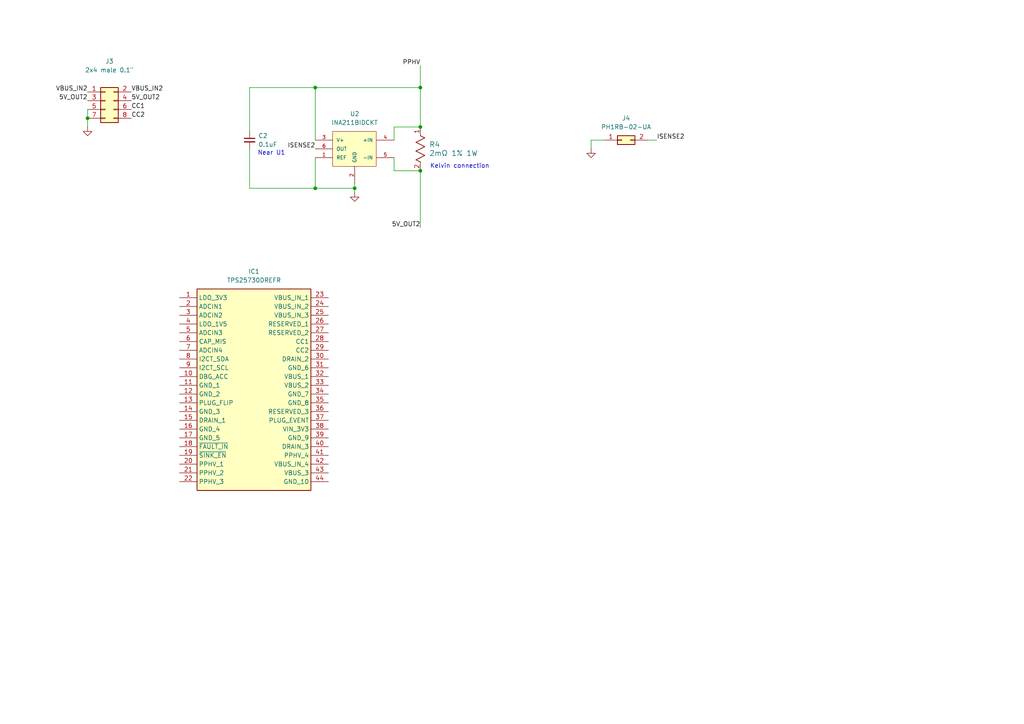
<source format=kicad_sch>
(kicad_sch (version 20231120) (generator "eeschema") (generator_version "8.0")
  (paper "A4")
  (lib_symbols
    (symbol "CSNL1206FT2L00:CSNL1206FT2L00" (pin_names (offset 0.254))
      (property "Reference" "R" (at 5.715 3.81 0))
      (property "Value" "2mΩ 1% 1W" (at 6.35 -3.81 0))
      (symbol "CSNL1206FT2L00_1_1"
        (polyline (pts (xy 2.54 0) (xy 3.175 1.27)) (stroke (width 0.2032)))
        (polyline (pts (xy 3.175 1.27) (xy 4.445 -1.27)) (stroke (width 0.2032)))
        (polyline (pts (xy 4.445 -1.27) (xy 5.715 1.27)) (stroke (width 0.2032)))
        (polyline (pts (xy 5.715 1.27) (xy 6.985 -1.27)) (stroke (width 0.2032)))
        (polyline (pts (xy 6.985 -1.27) (xy 8.255 1.27)) (stroke (width 0.2032)))
        (polyline (pts (xy 8.255 1.27) (xy 9.525 -1.27)) (stroke (width 0.2032)))
        (polyline (pts (xy 9.525 -1.27) (xy 10.16 0)) (stroke (width 0.2032)))
        (pin passive line (at 0 0 0) (length 2.54) (name "") (number "1"))
        (pin passive line (at 12.7 0 180) (length 2.54) (name "") (number "2"))
      )
      (symbol "CSNL1206FT2L00_1_2"
        (polyline (pts (xy -1.27 3.175) (xy 1.27 4.445)) (stroke (width 0.2032)))
        (polyline (pts (xy -1.27 5.715) (xy 1.27 6.985)) (stroke (width 0.2032)))
        (polyline (pts (xy -1.27 8.255) (xy 1.27 9.525)) (stroke (width 0.2032)))
        (polyline (pts (xy 0 2.54) (xy -1.27 3.175)) (stroke (width 0.2032)))
        (polyline (pts (xy 1.27 4.445) (xy -1.27 5.715)) (stroke (width 0.2032)))
        (polyline (pts (xy 1.27 6.985) (xy -1.27 8.255)) (stroke (width 0.2032)))
        (polyline (pts (xy 1.27 9.525) (xy 0 10.16)) (stroke (width 0.2032)))
        (pin unspecified line (at 0 12.7 270) (length 2.54) (name "") (number "1"))
        (pin unspecified line (at 0 0 90) (length 2.54) (name "") (number "2"))
      )
    )
    (symbol "Connector_Generic:Conn_02x01" (pin_names (offset 1.016) hide)
      (property "Reference" "J" (at 1.27 2.54 0))
      (property "Value" "Conn_02x01" (at 1.27 -2.54 0))
      (symbol "Conn_02x01_1_1"
        (rectangle (start -1.27 0.127) (end 0 -0.127) (stroke (width 0.1524)))
        (rectangle (start -1.27 1.27) (end 3.81 -1.27) (stroke (width 0.254)) (fill (type background)))
        (rectangle (start 3.81 0.127) (end 2.54 -0.127) (stroke (width 0.1524)))
        (pin passive line (at -5.08 0 0) (length 3.81) (name "Pin_1") (number "1"))
        (pin passive line (at 7.62 0 180) (length 3.81) (name "Pin_2") (number "2"))
      )
    )
    (symbol "Connector_Generic:Conn_02x04_Odd_Even" (pin_names (offset 1.016) hide)
      (property "Reference" "J" (at 1.27 5.08 0))
      (property "Value" "Conn_02x04_Odd_Even" (at 1.27 -7.62 0))
      (symbol "Conn_02x04_Odd_Even_1_1"
        (rectangle (start -1.27 -4.953) (end 0 -5.207) (stroke (width 0.1524)))
        (rectangle (start -1.27 -2.413) (end 0 -2.667) (stroke (width 0.1524)))
        (rectangle (start -1.27 0.127) (end 0 -0.127) (stroke (width 0.1524)))
        (rectangle (start -1.27 2.667) (end 0 2.413) (stroke (width 0.1524)))
        (rectangle (start -1.27 3.81) (end 3.81 -6.35) (stroke (width 0.254)) (fill (type background)))
        (rectangle (start 3.81 -4.953) (end 2.54 -5.207) (stroke (width 0.1524)))
        (rectangle (start 3.81 -2.413) (end 2.54 -2.667) (stroke (width 0.1524)))
        (rectangle (start 3.81 0.127) (end 2.54 -0.127) (stroke (width 0.1524)))
        (rectangle (start 3.81 2.667) (end 2.54 2.413) (stroke (width 0.1524)))
        (pin passive line (at -5.08 2.54 0) (length 3.81) (name "Pin_1") (number "1"))
        (pin passive line (at 7.62 2.54 180) (length 3.81) (name "Pin_2") (number "2"))
        (pin passive line (at -5.08 0 0) (length 3.81) (name "Pin_3") (number "3"))
        (pin passive line (at 7.62 0 180) (length 3.81) (name "Pin_4") (number "4"))
        (pin passive line (at -5.08 -2.54 0) (length 3.81) (name "Pin_5") (number "5"))
        (pin passive line (at 7.62 -2.54 180) (length 3.81) (name "Pin_6") (number "6"))
        (pin passive line (at -5.08 -5.08 0) (length 3.81) (name "Pin_7") (number "7"))
        (pin passive line (at 7.62 -5.08 180) (length 3.81) (name "Pin_8") (number "8"))
      )
    )
    (symbol "Device:C_Small" (pin_numbers hide) (pin_names (offset 0.254) hide)
      (property "Reference" "C" (at 0.254 1.778 0))
      (property "Value" "C_Small" (at 0.254 -2.032 0))
      (symbol "C_Small_0_1"
        (polyline (pts (xy -1.524 -0.508) (xy 1.524 -0.508)) (stroke (width 0.3302)))
        (polyline (pts (xy -1.524 0.508) (xy 1.524 0.508)) (stroke (width 0.3048)))
      )
      (symbol "C_Small_1_1"
        (pin passive line (at 0 2.54 270) (length 2.032) (name "~") (number "1"))
        (pin passive line (at 0 -2.54 90) (length 2.032) (name "~") (number "2"))
      )
    )
    (symbol "INA211BIDCKT:INA211BIDCKT" (pin_names (offset 1.016))
      (property "Reference" "U" (at -12.7 13.7 0))
      (property "Value" "INA211BIDCKT" (at -12.7 16.002 0))
      (symbol "INA211BIDCKT_0_0"
        (pin input line (at -17.78 5.08 0) (length 5.08) (name "REF") (number "1"))
        (pin power_in line (at -6.35 -2.54 90) (length 5.08) (name "GND") (number "2"))
        (pin power_in line (at -17.78 10.16 0) (length 5.08) (name "V+") (number "3"))
        (pin input line (at 5.08 10.16 180) (length 5.08) (name "+IN") (number "4"))
        (pin input line (at 5.08 5.08 180) (length 5.08) (name "-IN") (number "5"))
        (pin output line (at -17.78 7.62 0) (length 5.08) (name "OUT") (number "6"))
      )
      (symbol "INA211BIDCKT_1_0"
        (rectangle (start -12.7 12.7) (end -0.127 2.54) (stroke (width 0.127)) (fill (type background)))
      )
    )
    (symbol "TPS25730DREFR:TPS25730DREFR"
      (property "Reference" "IC" (at 39.37 7.62 0))
      (property "Value" "TPS25730DREFR" (at 39.37 5.08 0))
      (symbol "TPS25730DREFR_1_1"
        (rectangle (start 5.08 2.54) (end 38.1 -55.88) (stroke (width 0.254)) (fill (type background)))
        (pin passive line (at 0 0 0) (length 5.08) (name "LDO_3V3") (number "1"))
        (pin passive line (at 0 -22.86 0) (length 5.08) (name "DBG_ACC") (number "10"))
        (pin passive line (at 0 -25.4 0) (length 5.08) (name "GND_1") (number "11"))
        (pin passive line (at 0 -27.94 0) (length 5.08) (name "GND_2") (number "12"))
        (pin passive line (at 0 -30.48 0) (length 5.08) (name "PLUG_FLIP") (number "13"))
        (pin passive line (at 0 -33.02 0) (length 5.08) (name "GND_3") (number "14"))
        (pin passive line (at 0 -35.56 0) (length 5.08) (name "DRAIN_1") (number "15"))
        (pin passive line (at 0 -38.1 0) (length 5.08) (name "GND_4") (number "16"))
        (pin passive line (at 0 -40.64 0) (length 5.08) (name "GND_5") (number "17"))
        (pin passive line (at 0 -43.18 0) (length 5.08) (name "~{FAULT_IN}") (number "18"))
        (pin passive line (at 0 -45.72 0) (length 5.08) (name "~{SINK_EN}") (number "19"))
        (pin passive line (at 0 -2.54 0) (length 5.08) (name "ADCIN1") (number "2"))
        (pin passive line (at 0 -48.26 0) (length 5.08) (name "PPHV_1") (number "20"))
        (pin passive line (at 0 -50.8 0) (length 5.08) (name "PPHV_2") (number "21"))
        (pin passive line (at 0 -53.34 0) (length 5.08) (name "PPHV_3") (number "22"))
        (pin passive line (at 43.18 0 180) (length 5.08) (name "VBUS_IN_1") (number "23"))
        (pin passive line (at 43.18 -2.54 180) (length 5.08) (name "VBUS_IN_2") (number "24"))
        (pin passive line (at 43.18 -5.08 180) (length 5.08) (name "VBUS_IN_3") (number "25"))
        (pin passive line (at 43.18 -7.62 180) (length 5.08) (name "RESERVED_1") (number "26"))
        (pin passive line (at 43.18 -10.16 180) (length 5.08) (name "RESERVED_2") (number "27"))
        (pin passive line (at 43.18 -12.7 180) (length 5.08) (name "CC1") (number "28"))
        (pin passive line (at 43.18 -15.24 180) (length 5.08) (name "CC2") (number "29"))
        (pin passive line (at 0 -5.08 0) (length 5.08) (name "ADCIN2") (number "3"))
        (pin passive line (at 43.18 -17.78 180) (length 5.08) (name "DRAIN_2") (number "30"))
        (pin passive line (at 43.18 -20.32 180) (length 5.08) (name "GND_6") (number "31"))
        (pin passive line (at 43.18 -22.86 180) (length 5.08) (name "VBUS_1") (number "32"))
        (pin passive line (at 43.18 -25.4 180) (length 5.08) (name "VBUS_2") (number "33"))
        (pin passive line (at 43.18 -27.94 180) (length 5.08) (name "GND_7") (number "34"))
        (pin passive line (at 43.18 -30.48 180) (length 5.08) (name "GND_8") (number "35"))
        (pin passive line (at 43.18 -33.02 180) (length 5.08) (name "RESERVED_3") (number "36"))
        (pin passive line (at 43.18 -35.56 180) (length 5.08) (name "PLUG_EVENT") (number "37"))
        (pin passive line (at 43.18 -38.1 180) (length 5.08) (name "VIN_3V3") (number "38"))
        (pin passive line (at 43.18 -40.64 180) (length 5.08) (name "GND_9") (number "39"))
        (pin passive line (at 0 -7.62 0) (length 5.08) (name "LDO_1V5") (number "4"))
        (pin passive line (at 43.18 -43.18 180) (length 5.08) (name "DRAIN_3") (number "40"))
        (pin passive line (at 43.18 -45.72 180) (length 5.08) (name "PPHV_4") (number "41"))
        (pin passive line (at 43.18 -48.26 180) (length 5.08) (name "VBUS_IN_4") (number "42"))
        (pin passive line (at 43.18 -50.8 180) (length 5.08) (name "VBUS_3") (number "43"))
        (pin passive line (at 43.18 -53.34 180) (length 5.08) (name "GND_10") (number "44"))
        (pin passive line (at 0 -10.16 0) (length 5.08) (name "ADCIN3") (number "5"))
        (pin passive line (at 0 -12.7 0) (length 5.08) (name "CAP_MIS") (number "6"))
        (pin passive line (at 0 -15.24 0) (length 5.08) (name "ADCIN4") (number "7"))
        (pin passive line (at 0 -17.78 0) (length 5.08) (name "I2CT_SDA") (number "8"))
        (pin passive line (at 0 -20.32 0) (length 5.08) (name "I2CT_SCL") (number "9"))
      )
    )
    (symbol "power:GND" (power) (pin_numbers hide) (pin_names (offset 0) hide)
      (property "Value" "GND" (at 0 -3.81 0))
      (symbol "GND_0_1"
        (polyline (pts (xy 0 0) (xy 0 -1.27) (xy 1.27 -1.27) (xy 0 -2.54) (xy -1.27 -1.27) (xy 0 -1.27)))
      )
      (symbol "GND_1_1"
        (pin power_in line (at 0 0 270) (length 0) (name "~") (number "1"))
      )
    )
  )
  (junction (at 102.87 54.61))
  (junction (at 25.4 34.29))
  (junction (at 121.92 49.53))
  (junction (at 91.44 25.4))
  (junction (at 121.92 36.83))
  (junction (at 91.44 54.61))
  (junction (at 121.92 25.4))
  (wire (pts (xy 72.39 25.4) (xy 72.39 38.1)))
  (wire (pts (xy 25.4 36.83) (xy 25.4 34.29)))
  (wire (pts (xy 25.4 31.75) (xy 25.4 34.29)))
  (wire (pts (xy 114.3 49.53) (xy 121.92 49.53)))
  (wire (pts (xy 72.39 43.18) (xy 72.39 54.61)))
  (wire (pts (xy 171.45 43.18) (xy 171.45 40.64)))
  (wire (pts (xy 114.3 45.72) (xy 114.3 49.53)))
  (wire (pts (xy 91.44 54.61) (xy 102.87 54.61)))
  (wire (pts (xy 121.92 19.05) (xy 121.92 25.4)))
  (wire (pts (xy 102.87 54.61) (xy 102.87 53.34)))
  (wire (pts (xy 91.44 25.4) (xy 91.44 40.64)))
  (wire (pts (xy 121.92 66.04) (xy 121.92 49.53)))
  (wire (pts (xy 121.92 25.4) (xy 121.92 36.83)))
  (wire (pts (xy 91.44 25.4) (xy 121.92 25.4)))
  (wire (pts (xy 91.44 25.4) (xy 72.39 25.4)))
  (wire (pts (xy 102.87 55.88) (xy 102.87 54.61)))
  (wire (pts (xy 91.44 45.72) (xy 91.44 54.61)))
  (wire (pts (xy 72.39 54.61) (xy 91.44 54.61)))
  (wire (pts (xy 114.3 40.64) (xy 114.3 36.83)))
  (wire (pts (xy 190.5 40.64) (xy 187.96 40.64)))
  (wire (pts (xy 114.3 36.83) (xy 121.92 36.83)))
  (wire (pts (xy 171.45 40.64) (xy 175.26 40.64)))
  (text "Near U1" (at 78.74 44.45 0) (effects (font (size 1.27 1.27))))
  (text "Kelvin connection" (at 133.35 48.26 0) (effects (font (size 1.27 1.27))))
  (label "5V_OUT2" (at 25.4 29.21 180))
  (label "VBUS_IN2" (at 38.1 26.67 0))
  (label "ISENSE2" (at 91.44 43.18 180))
  (label "PPHV" (at 121.92 19.05 180))
  (label "ISENSE2" (at 190.5 40.64 0))
  (label "5V_OUT2" (at 38.1 29.21 0))
  (label "VBUS_IN2" (at 25.4 26.67 180))
  (label "5V_OUT2" (at 121.92 66.04 180))
  (label "CC1" (at 38.1 31.75 0))
  (label "CC2" (at 38.1 34.29 0))
  (symbol (lib_id "TPS25730DREFR:TPS25730DREFR") (at 52.07 86.36 0) (unit 1)
    (property "Reference" "IC1" (at 73.66 78.74 0))
    (property "Value" "TPS25730DREFR" (at 73.66 81.28 0))
    (property "Footprint" "TPS25730DREFR:TPS25730DREFR" (effects (hide yes)))
    (property "Datasheet" "https://www.ti.com/lit/ds/symlink/tps25730.pdf?ts=1707773923998&ref_url=https%253A%252F%252Fwww.mouser.at%252F" (effects (hide yes)))
    (property "Description" "USB Interface IC TPS25730DREFR SARUMAN BG MCM" (effects (hide yes)))
    (property "Height" "0.8" (effects (hide yes)))
    (property "Mouser Part Number" "595-TPS25730DREFR" (effects (hide yes)))
    (property "Mouser Price/Stock" "https://www.mouser.co.uk/ProductDetail/Texas-Instruments/TPS25730DREFR?qs=Z%252BL2brAPG1IvmkUK7DRnBA%3D%3D" (effects (hide yes)))
    (property "Manufacturer_Name" "Texas Instruments" (effects (hide yes)))
    (property "MPN" "TPS25730DREFR" (effects (hide yes)))
  )
  (symbol (lib_id "power:GND") (at 102.87 55.88 0) (unit 1)
    (property "Reference" "#PWR06" (effects (hide yes)))
    (property "Value" "GND" (effects (hide yes)))
    (property "Description" "Power symbol creates a global label with name \"GND\" , ground" (effects (hide yes)))
  )
  (symbol (lib_id "Device:C_Small") (at 72.39 40.64 0) (unit 1)
    (property "Reference" "C2" (at 74.93 39.3762 0) (effects (justify left)))
    (property "Value" "0.1uF" (at 74.93 41.9162 0) (effects (justify left)))
    (property "Footprint" "Capacitor_SMD:C_0805_2012Metric_Pad1.18x1.45mm_HandSolder" (effects (hide yes)))
    (property "Datasheet" "https://www.yageo.com/upload/media/product/productsearch/datasheet/mlcc/UPY-GPHC_X7R_6.3V-to-250V_24.pdf" (effects (hide yes)))
    (property "Description" "Unpolarized capacitor, small symbol" (effects (hide yes)))
    (property "Digikey" "https://www.digikey.com/en/products/detail/yageo/CC0805KRX7R9BB104/302874" (effects (hide yes)))
    (property "Mfgr" "YAGEO" (effects (hide yes)))
    (property "MPN" "CC0805KRX7R9BB104" (effects (hide yes)))
  )
  (symbol (lib_id "CSNL1206FT2L00:CSNL1206FT2L00") (at 121.92 36.83 270) (unit 1)
    (property "Reference" "R4" (at 124.46 41.9099 90) (effects (font (size 1.524 1.524)) (justify left)))
    (property "Value" "2mΩ 1% 1W" (at 124.46 44.4499 90) (effects (font (size 1.524 1.524)) (justify left)))
    (property "Footprint" "CSNL1206FT2L00:STA_CSNL1206_STP" (effects (hide yes)))
    (property "Datasheet" "https://www.seielect.com/catalog/sei-csnl.pdf" (effects (hide yes)))
    (property "Description" "RES 0.002 OHM 1% 1W 1206" (effects (hide yes)))
    (property "Digikey" "https://www.digikey.com/en/products/detail/stackpole-electronics-inc/CSNL1206FT2L00/1788091" (effects (hide yes)))
    (property "Mfgr" "Stackpole Electronics Inc" (effects (hide yes)))
    (property "MPN" "CSNL1206FT2L00" (effects (hide yes)))
  )
  (symbol (lib_id "power:GND") (at 171.45 43.18 0) (unit 1)
    (property "Reference" "#PWR07" (effects (hide yes)))
    (property "Value" "GND" (effects (hide yes)))
    (property "Description" "Power symbol creates a global label with name \"GND\" , ground" (effects (hide yes)))
  )
  (symbol (lib_id "INA211BIDCKT:INA211BIDCKT") (at 109.22 50.8 0) (unit 1)
    (property "Reference" "U2" (at 102.87 33.02 0))
    (property "Value" "INA211BIDCKT" (at 102.87 35.56 0))
    (property "Footprint" "INA211BIDCKT:SOT65P210X110-6N" (effects (hide yes)))
    (property "Datasheet" "https://www.ti.com/general/docs/suppproductinfo.tsp?distId=10&gotoUrl=https%3A%2F%2Fwww.ti.com%2Flit%2Fgpn%2Fina210" (effects (hide yes)))
    (property "Description" "IC CURR SENSE 1 CIRCUIT SC70-6 SC-88 SOT-363" (effects (hide yes)))
    (property "Digikey" "https://www.digikey.com/en/products/detail/texas-instruments/INA211BIDCKT/3675147" (effects (hide yes)))
    (property "Mfgr" "Texas Instruments" (effects (hide yes)))
    (property "MPN" "INA211BIDCKT" (effects (hide yes)))
  )
  (symbol (lib_id "Connector_Generic:Conn_02x04_Odd_Even") (at 30.48 29.21 0) (unit 1)
    (property "Reference" "J3" (at 31.75 17.78 0))
    (property "Value" "2x4 male 0.1\"" (at 31.75 20.32 0))
    (property "Footprint" "Connector_PinHeader_2.54mm:PinHeader_2x04_P2.54mm_Vertical" (effects (hide yes)))
    (property "Description" "Generic connector, double row, 02x04, odd/even pin numbering scheme (row 1 odd numbers, row 2 even numbers), script generated (kicad-library-utils/schlib/autogen/connector/)" (effects (hide yes)))
    (property "Digikey" "https://www.digikey.com/en/products/detail/adam-tech/PH2RA-08-UA/9830984" (effects (hide yes)))
    (property "MPN" "PH2RA-08-UA" (effects (hide yes)))
    (property "Mfgr" "Adam Tech" (effects (hide yes)))
  )
  (symbol (lib_id "power:GND") (at 25.4 36.83 0) (unit 1)
    (property "Reference" "#PWR05" (effects (hide yes)))
    (property "Value" "GND" (effects (hide yes)))
    (property "Description" "Power symbol creates a global label with name \"GND\" , ground" (effects (hide yes)))
  )
  (symbol (lib_id "Connector_Generic:Conn_02x01") (at 180.34 40.64 0) (unit 1)
    (property "Reference" "J4" (at 181.61 34.29 0))
    (property "Value" "PH1RB-02-UA" (at 181.61 36.83 0))
    (property "Footprint" "Connector_PinHeader_2.54mm:PinHeader_2x01_P2.54mm_Vertical" (effects (hide yes)))
    (property "Datasheet" "https://app.adam-tech.com/products/download/data_sheet/201281/ph1rb-xx-ua-data-sheet.pdf" (effects (hide yes)))
    (property "Description" "Generic connector, double row, 02x01, this symbol is compatible with counter-clockwise, top-bottom and odd-even numbering schemes., script generated (kicad-library-utils/schlib/autogen/connector/)" (effects (hide yes)))
    (property "Digikey" "https://www.digikey.com/en/products/detail/adam-tech/PH1RB-02-UA/9830333" (effects (hide yes)))
    (property "Mfgr" "Adam Tech" (effects (hide yes)))
    (property "MPN" "PH1RB-02-UA" (effects (hide yes)))
  )
)
</source>
